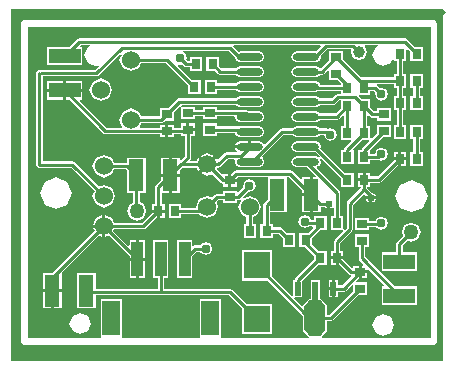
<source format=gtl>
%FSLAX23Y23*%
%MOIN*%
G70*
G01*
G75*
G04 Layer_Physical_Order=1*
G04 Layer_Color=255*
G04:AMPARAMS|DCode=10|XSize=71mil|YSize=118mil|CornerRadius=0mil|HoleSize=0mil|Usage=FLASHONLY|Rotation=0.000|XOffset=0mil|YOffset=0mil|HoleType=Round|Shape=Octagon|*
%AMOCTAGOND10*
4,1,8,-0.018,0.059,0.018,0.059,0.035,0.041,0.035,-0.041,0.018,-0.059,-0.018,-0.059,-0.035,-0.041,-0.035,0.041,-0.018,0.059,0.0*
%
%ADD10OCTAGOND10*%

%ADD11R,0.020X0.047*%
%ADD12R,0.020X0.063*%
%ADD13R,0.031X0.035*%
%ADD14R,0.035X0.031*%
%ADD15R,0.051X0.106*%
%ADD16R,0.091X0.091*%
%ADD17R,0.106X0.051*%
%ADD18R,0.059X0.118*%
%ADD19R,0.039X0.118*%
%ADD20O,0.087X0.024*%
%ADD21C,0.010*%
%ADD22C,0.060*%
%ADD23C,0.039*%
%ADD24C,0.050*%
%ADD25C,0.031*%
%ADD26C,0.024*%
G36*
X1405Y1100D02*
X1395Y1090D01*
Y-65D01*
X-45D01*
Y1110D01*
X1395D01*
X1405Y1100D01*
D02*
G37*
%LPC*%
G36*
X1365Y1071D02*
X0D01*
X-8Y1068D01*
X-11Y1060D01*
Y0D01*
X-8Y-8D01*
X0Y-11D01*
X1365D01*
X1373Y-8D01*
X1376Y0D01*
Y1060D01*
X1373Y1068D01*
X1365Y1071D01*
D02*
G37*
%LPD*%
G36*
X1354Y11D02*
X993D01*
X991Y15D01*
X1010Y35D01*
Y68D01*
X1021D01*
X1021Y68D01*
X1029Y71D01*
X1115Y157D01*
X1143D01*
Y198D01*
X1107D01*
X1106Y203D01*
X1115Y212D01*
X1115D01*
Y233D01*
Y253D01*
X1097D01*
Y247D01*
X1093Y245D01*
X1063Y275D01*
Y275D01*
X1048D01*
Y257D01*
X1050D01*
X1082Y225D01*
X1082Y225D01*
X1086Y223D01*
X1089Y222D01*
X1090Y217D01*
X1060Y188D01*
X1044D01*
Y206D01*
X1034D01*
Y177D01*
Y148D01*
X1044D01*
Y166D01*
X1064D01*
X1064Y166D01*
X1072Y169D01*
X1093Y190D01*
X1097Y188D01*
Y170D01*
X1017Y89D01*
X1010D01*
Y122D01*
X990Y143D01*
X985D01*
Y206D01*
X955D01*
Y143D01*
X950D01*
X930Y122D01*
Y121D01*
X925Y119D01*
X900Y144D01*
X902Y148D01*
X926D01*
Y203D01*
X980Y257D01*
X1008D01*
Y303D01*
X980D01*
X958Y324D01*
Y345D01*
X985Y372D01*
X1008D01*
Y418D01*
X967D01*
Y406D01*
X955D01*
X951Y416D01*
X935Y422D01*
X919Y416D01*
X913Y400D01*
X919Y384D01*
X935Y378D01*
X951Y384D01*
X951Y384D01*
X960D01*
X962Y380D01*
X945Y363D01*
X917D01*
Y317D01*
X935D01*
X967Y285D01*
Y275D01*
X903Y211D01*
X901Y206D01*
X896D01*
Y154D01*
X891Y152D01*
X825Y219D01*
Y304D01*
X725D01*
Y203D01*
X810D01*
X930Y84D01*
Y35D01*
X949Y15D01*
X947Y11D01*
X655D01*
Y11D01*
Y14D01*
X655Y14D01*
X655Y14D01*
X655D01*
Y142D01*
X586D01*
Y14D01*
X586Y14D01*
X586D01*
X586Y14D01*
X583Y11D01*
X324D01*
Y11D01*
Y14D01*
X324Y14D01*
X324Y14D01*
X324D01*
Y142D01*
X255D01*
Y14D01*
X255Y14D01*
X255D01*
X255Y14D01*
X252Y11D01*
X11D01*
Y1049D01*
X1354D01*
Y11D01*
D02*
G37*
%LPC*%
G36*
X260Y421D02*
X238Y412D01*
X229Y390D01*
X260D01*
Y421D01*
D02*
G37*
G36*
X442Y430D02*
X427D01*
Y430D01*
X393Y396D01*
X298D01*
X292Y412D01*
X270Y421D01*
Y385D01*
Y349D01*
X282Y354D01*
X352Y284D01*
Y280D01*
X371D01*
Y339D01*
X352D01*
Y322D01*
X347Y320D01*
X297Y370D01*
X299Y374D01*
X397D01*
X397Y374D01*
X405Y377D01*
X440Y412D01*
X442D01*
Y430D01*
D02*
G37*
G36*
X265Y623D02*
X238Y612D01*
X227Y585D01*
X238Y558D01*
X265Y547D01*
X292Y558D01*
X298Y574D01*
X338D01*
X342Y570D01*
Y497D01*
X362D01*
Y462D01*
X352Y458D01*
X343Y435D01*
X352Y412D01*
X375Y403D01*
X398Y412D01*
X407Y435D01*
X398Y458D01*
X384Y464D01*
Y497D01*
X404D01*
Y613D01*
X342D01*
Y596D01*
X298D01*
X292Y612D01*
X265Y623D01*
D02*
G37*
G36*
X1290Y397D02*
X1267Y388D01*
X1258Y365D01*
X1263Y353D01*
X1242Y333D01*
X1239Y325D01*
X1239Y325D01*
Y298D01*
X1192D01*
Y236D01*
X1308D01*
Y298D01*
X1261D01*
Y321D01*
X1278Y338D01*
X1290Y333D01*
X1313Y342D01*
X1322Y365D01*
X1313Y388D01*
X1290Y397D01*
D02*
G37*
G36*
X558Y339D02*
X509D01*
Y211D01*
X558D01*
Y284D01*
X573Y299D01*
X587D01*
X589Y294D01*
X605Y288D01*
X621Y294D01*
X627Y310D01*
X621Y326D01*
X605Y332D01*
X589Y326D01*
X587Y321D01*
X569D01*
X569Y321D01*
X563Y319D01*
X563Y318D01*
X558Y321D01*
Y339D01*
D02*
G37*
G36*
X260Y380D02*
X229D01*
X234Y369D01*
X93Y228D01*
X62D01*
Y175D01*
X124D01*
Y228D01*
X124Y228D01*
X124D01*
X123Y228D01*
X249Y354D01*
X260Y349D01*
Y380D01*
D02*
G37*
G36*
X952Y485D02*
X926D01*
Y432D01*
X952D01*
Y485D01*
D02*
G37*
G36*
X482Y550D02*
X456D01*
Y540D01*
X440Y523D01*
X437Y515D01*
X437Y515D01*
Y458D01*
X427D01*
Y440D01*
X468D01*
Y458D01*
X458D01*
Y497D01*
X482D01*
Y550D01*
D02*
G37*
G36*
X106Y548D02*
X68Y533D01*
X52Y495D01*
X68Y457D01*
X106Y442D01*
X143Y457D01*
X159Y495D01*
X143Y533D01*
X106Y548D01*
D02*
G37*
G36*
X1190Y417D02*
X1174Y411D01*
X1171Y403D01*
X1148D01*
Y413D01*
X1102D01*
Y372D01*
X1148D01*
Y382D01*
X1173D01*
X1174Y379D01*
X1190Y373D01*
X1206Y379D01*
X1212Y395D01*
X1206Y411D01*
X1190Y417D01*
D02*
G37*
G36*
X468Y430D02*
X452D01*
Y412D01*
X468D01*
Y430D01*
D02*
G37*
G36*
X1291Y538D02*
X1253Y523D01*
X1237Y485D01*
X1253Y447D01*
X1291Y432D01*
X1328Y447D01*
X1344Y485D01*
X1328Y523D01*
X1291Y538D01*
D02*
G37*
G36*
X401Y339D02*
X381D01*
Y280D01*
X401D01*
Y339D01*
D02*
G37*
G36*
X124Y165D02*
X98D01*
Y112D01*
X124D01*
Y165D01*
D02*
G37*
G36*
X1148Y358D02*
X1102D01*
Y317D01*
X1114D01*
Y278D01*
X1114Y278D01*
X1117Y270D01*
X1130Y258D01*
X1128Y253D01*
X1125D01*
Y238D01*
X1143D01*
Y238D01*
X1147Y240D01*
X1199Y188D01*
X1198Y184D01*
X1192D01*
Y122D01*
X1308D01*
Y184D01*
X1235D01*
X1136Y282D01*
Y317D01*
X1148D01*
Y358D01*
D02*
G37*
G36*
X1024Y172D02*
X1014D01*
Y148D01*
X1024D01*
Y172D01*
D02*
G37*
G36*
X1196Y91D02*
X1171Y81D01*
X1160Y55D01*
X1171Y29D01*
X1196Y19D01*
X1222Y29D01*
X1233Y55D01*
X1222Y81D01*
X1196Y91D01*
D02*
G37*
G36*
X186Y96D02*
X161Y86D01*
X150Y60D01*
X161Y34D01*
X186Y24D01*
X212Y34D01*
X223Y60D01*
X212Y86D01*
X186Y96D01*
D02*
G37*
G36*
X88Y165D02*
X62D01*
Y112D01*
X88D01*
Y165D01*
D02*
G37*
G36*
X401Y270D02*
X381D01*
Y211D01*
X401D01*
Y270D01*
D02*
G37*
G36*
X1143Y228D02*
X1125D01*
Y212D01*
X1143D01*
Y228D01*
D02*
G37*
G36*
X1038Y275D02*
X1022D01*
Y257D01*
X1038D01*
Y275D01*
D02*
G37*
G36*
X480Y339D02*
X430D01*
Y211D01*
X444D01*
Y176D01*
X238D01*
Y228D01*
X176D01*
Y112D01*
X238D01*
Y154D01*
X682D01*
X725Y111D01*
Y26D01*
X825D01*
Y127D01*
X740D01*
X694Y173D01*
X686Y176D01*
X686Y176D01*
X466D01*
Y211D01*
X480D01*
Y339D01*
D02*
G37*
G36*
X1024Y206D02*
X1014D01*
Y182D01*
X1024D01*
Y206D01*
D02*
G37*
G36*
X371Y270D02*
X352D01*
Y211D01*
X371D01*
Y270D01*
D02*
G37*
G36*
X540Y728D02*
X522D01*
Y713D01*
X498D01*
Y723D01*
X480D01*
Y702D01*
Y682D01*
X498D01*
Y692D01*
X522D01*
Y687D01*
X534D01*
Y617D01*
X522Y606D01*
X518Y607D01*
Y613D01*
X492D01*
Y560D01*
X518D01*
Y570D01*
X527Y580D01*
X576D01*
X580Y569D01*
X602Y591D01*
X580Y612D01*
X576Y602D01*
X556D01*
X553Y606D01*
X554Y609D01*
X556Y613D01*
X556Y613D01*
Y687D01*
X568D01*
Y702D01*
X545D01*
Y707D01*
X540D01*
Y728D01*
D02*
G37*
G36*
X1328Y893D02*
X1287D01*
Y847D01*
X1297D01*
Y818D01*
X1287D01*
Y772D01*
X1328D01*
Y818D01*
X1318D01*
Y847D01*
X1328D01*
Y893D01*
D02*
G37*
G36*
X193Y833D02*
X140D01*
Y807D01*
X150D01*
X263Y695D01*
X263Y695D01*
X267Y693D01*
X270Y692D01*
X270Y692D01*
X452D01*
Y682D01*
X470D01*
Y702D01*
Y723D01*
X452D01*
Y713D01*
X386D01*
X384Y717D01*
X388Y729D01*
X457D01*
X457Y729D01*
X465Y732D01*
X470Y737D01*
X498D01*
Y765D01*
X518Y785D01*
X522Y783D01*
Y783D01*
X522D01*
Y742D01*
X568D01*
Y752D01*
X597D01*
Y742D01*
X643D01*
Y752D01*
X700D01*
X701Y750D01*
X701Y750D01*
X701D01*
X706Y737D01*
X719Y732D01*
X782D01*
X795Y737D01*
X800Y750D01*
X795Y763D01*
X782Y768D01*
X748D01*
X746Y770D01*
X738Y773D01*
X738Y773D01*
X643D01*
Y783D01*
X597D01*
Y773D01*
X568D01*
Y783D01*
X523D01*
X522Y785D01*
X525Y789D01*
X705D01*
X706Y787D01*
X719Y782D01*
X782D01*
X795Y787D01*
X800Y800D01*
X795Y813D01*
X782Y818D01*
X719D01*
X706Y813D01*
X705Y811D01*
X517D01*
X517Y811D01*
X510Y808D01*
X480Y778D01*
X452D01*
Y751D01*
X388D01*
X382Y767D01*
X355Y778D01*
X328Y767D01*
X317Y740D01*
X326Y717D01*
X324Y713D01*
X275D01*
X186Y803D01*
X187Y807D01*
X193D01*
Y833D01*
D02*
G37*
G36*
X568Y728D02*
X550D01*
Y712D01*
X568D01*
Y728D01*
D02*
G37*
G36*
X746Y668D02*
X719D01*
X706Y663D01*
X703Y655D01*
X746D01*
Y668D01*
D02*
G37*
G36*
X643Y728D02*
X597D01*
Y687D01*
X643D01*
Y697D01*
X702D01*
X706Y687D01*
X719Y682D01*
X782D01*
X795Y687D01*
X800Y700D01*
X795Y713D01*
X782Y718D01*
X743D01*
X743Y718D01*
X743Y718D01*
X643D01*
Y728D01*
D02*
G37*
G36*
X971Y718D02*
X908D01*
X895Y713D01*
X894Y711D01*
X860D01*
X860Y711D01*
X855Y709D01*
X852Y708D01*
X852Y708D01*
X802Y657D01*
X797Y658D01*
X795Y663D01*
X782Y668D01*
X756D01*
Y650D01*
X751D01*
Y645D01*
X703D01*
X706Y637D01*
X710Y636D01*
X709Y631D01*
X675D01*
X667Y628D01*
X667Y628D01*
X645Y606D01*
X641Y607D01*
X638Y612D01*
X613Y587D01*
X588Y562D01*
X609Y553D01*
X625Y559D01*
X655Y530D01*
X655Y530D01*
X657Y529D01*
X662Y527D01*
Y517D01*
X680D01*
Y538D01*
Y558D01*
X662D01*
X662Y558D01*
Y558D01*
X659Y557D01*
X641Y575D01*
X643Y580D01*
X643D01*
D01*
X646D01*
X646Y580D01*
X646Y580D01*
X653Y583D01*
X679Y609D01*
X700D01*
X703Y605D01*
X701Y600D01*
X706Y587D01*
X719Y582D01*
X782D01*
X795Y587D01*
X800Y600D01*
X795Y613D01*
X794Y613D01*
X793Y618D01*
X864Y689D01*
X894D01*
X895Y687D01*
X908Y682D01*
X971D01*
X984Y687D01*
X985Y689D01*
X998D01*
X1004Y674D01*
X1020Y668D01*
X1036Y674D01*
X1042Y690D01*
X1036Y706D01*
X1020Y712D01*
X1013Y710D01*
X1010Y711D01*
X1010Y711D01*
X985D01*
X984Y713D01*
X971Y718D01*
D02*
G37*
G36*
X193Y869D02*
X140D01*
Y843D01*
X193D01*
Y869D01*
D02*
G37*
G36*
X648Y948D02*
X607D01*
Y902D01*
X635D01*
X645Y892D01*
X645Y892D01*
X647Y891D01*
X653Y889D01*
X653Y889D01*
X705D01*
X706Y887D01*
X719Y882D01*
X782D01*
X795Y887D01*
X800Y900D01*
X795Y913D01*
X782Y918D01*
X719D01*
X706Y913D01*
X705Y911D01*
X657D01*
X648Y920D01*
Y948D01*
D02*
G37*
G36*
X1268Y1011D02*
X1268Y1011D01*
X183D01*
X183Y1011D01*
X178Y1009D01*
X175Y1008D01*
X175Y1008D01*
X150Y983D01*
X77D01*
Y921D01*
X193D01*
Y983D01*
X187D01*
X186Y985D01*
X189Y989D01*
X218D01*
X219Y984D01*
X211Y981D01*
X200Y955D01*
X211Y929D01*
X236Y919D01*
X245Y922D01*
X248Y918D01*
X236Y906D01*
X55D01*
X52Y905D01*
X50Y906D01*
X42Y903D01*
X39Y895D01*
Y590D01*
X39Y590D01*
X39D01*
X42Y582D01*
X50Y579D01*
X156D01*
X234Y501D01*
X227Y485D01*
X238Y458D01*
X265Y447D01*
X292Y458D01*
X303Y485D01*
X292Y512D01*
X265Y523D01*
X249Y516D01*
X168Y598D01*
X160Y601D01*
X160Y601D01*
X61D01*
Y884D01*
X240D01*
X240Y884D01*
X248Y887D01*
X320Y960D01*
X324Y957D01*
X317Y940D01*
X328Y913D01*
X355Y902D01*
X382Y913D01*
X388Y929D01*
X473D01*
X547Y855D01*
Y827D01*
X588D01*
Y873D01*
X560D01*
X512Y920D01*
X515Y925D01*
X520Y923D01*
X525Y925D01*
X532Y917D01*
X532Y917D01*
X540Y914D01*
X552D01*
Y902D01*
X593D01*
Y948D01*
X552D01*
Y936D01*
X544D01*
X540Y940D01*
X542Y945D01*
X536Y961D01*
X528Y964D01*
X529Y969D01*
X681D01*
X702Y948D01*
X706Y937D01*
X719Y932D01*
X782D01*
X795Y937D01*
X800Y950D01*
X795Y963D01*
X782Y968D01*
X719D01*
X714Y966D01*
X696Y985D01*
X698Y989D01*
X987D01*
X989Y985D01*
X972Y968D01*
X971Y968D01*
X908D01*
X895Y963D01*
X890Y950D01*
X895Y937D01*
X908Y932D01*
X971D01*
X984Y937D01*
X989Y950D01*
X988Y953D01*
X1009Y974D01*
X1088D01*
X1090Y970D01*
X1088Y965D01*
X1096Y946D01*
X1115Y938D01*
X1134Y946D01*
X1142Y965D01*
X1134Y984D01*
X1133Y984D01*
X1134Y989D01*
X1178D01*
X1179Y984D01*
X1171Y981D01*
X1160Y955D01*
X1171Y929D01*
X1196Y919D01*
X1222Y929D01*
X1227Y941D01*
X1232Y940D01*
Y937D01*
X1242D01*
Y893D01*
X1232D01*
Y881D01*
X1122D01*
X1063Y940D01*
Y968D01*
X1017D01*
Y940D01*
X989Y912D01*
X984Y913D01*
X984Y913D01*
X971Y918D01*
X908D01*
X895Y913D01*
X890Y900D01*
X895Y887D01*
X908Y882D01*
X971D01*
X984Y887D01*
X985Y889D01*
X992D01*
X992Y889D01*
X1000Y892D01*
X1013Y905D01*
X1017Y903D01*
Y872D01*
X1045D01*
X1057Y860D01*
X1057Y860D01*
D01*
X1055Y856D01*
X987D01*
X984Y863D01*
X971Y868D01*
X908D01*
X895Y863D01*
X890Y850D01*
X895Y837D01*
X908Y832D01*
X971D01*
X977Y834D01*
X1057D01*
Y826D01*
X1045D01*
X1045Y826D01*
X1037Y823D01*
X1026Y811D01*
X985D01*
X984Y813D01*
X971Y818D01*
X908D01*
X895Y813D01*
X890Y800D01*
X895Y787D01*
X908Y782D01*
X971D01*
X984Y787D01*
X985Y789D01*
X1030D01*
X1030Y789D01*
X1038Y792D01*
X1049Y804D01*
X1057D01*
Y780D01*
X1038Y761D01*
X985D01*
X984Y763D01*
X971Y768D01*
X908D01*
X895Y763D01*
X890Y750D01*
X895Y737D01*
X908Y732D01*
X971D01*
X984Y737D01*
X985Y739D01*
X1042D01*
X1042Y739D01*
X1050Y742D01*
X1062Y754D01*
X1067Y752D01*
Y718D01*
X1057D01*
Y672D01*
X1088D01*
X1090Y668D01*
X1070Y648D01*
X1067Y640D01*
X1067Y640D01*
X1067D01*
X1062Y638D01*
X1057D01*
Y592D01*
X1098D01*
Y638D01*
X1097D01*
X1095Y642D01*
X1125Y672D01*
X1148D01*
X1150Y668D01*
X1125Y643D01*
X1123Y638D01*
X1112D01*
Y592D01*
X1153D01*
Y604D01*
X1180D01*
X1180Y604D01*
X1183Y605D01*
X1190Y603D01*
X1206Y609D01*
X1212Y625D01*
X1206Y641D01*
X1190Y647D01*
X1174Y641D01*
X1168Y626D01*
X1153D01*
Y638D01*
X1153Y638D01*
X1153D01*
X1153Y640D01*
X1195Y682D01*
X1223D01*
Y723D01*
X1177D01*
Y695D01*
X1158Y676D01*
X1153Y678D01*
Y718D01*
X1143D01*
Y752D01*
X1148Y754D01*
X1152Y750D01*
X1152Y750D01*
X1155Y749D01*
X1160Y747D01*
X1160Y747D01*
X1177D01*
Y737D01*
X1223D01*
Y778D01*
X1177D01*
Y768D01*
X1164D01*
X1153Y780D01*
Y808D01*
X1125D01*
X1115Y818D01*
X1117Y822D01*
X1153D01*
Y834D01*
X1166D01*
X1170Y830D01*
X1168Y825D01*
X1174Y809D01*
X1190Y803D01*
X1206Y809D01*
X1212Y825D01*
X1206Y841D01*
X1190Y847D01*
X1185Y845D01*
X1178Y853D01*
X1174Y854D01*
X1175Y859D01*
X1232D01*
Y847D01*
X1242D01*
Y818D01*
X1232D01*
Y772D01*
X1242D01*
Y723D01*
X1232D01*
Y677D01*
X1273D01*
Y723D01*
X1263D01*
Y772D01*
X1273D01*
Y818D01*
X1263D01*
Y847D01*
X1273D01*
Y893D01*
X1263D01*
Y937D01*
X1273D01*
Y973D01*
X1278Y974D01*
X1287Y965D01*
Y937D01*
X1328D01*
Y983D01*
X1300D01*
X1275Y1008D01*
X1268Y1011D01*
D02*
G37*
G36*
X130Y869D02*
X77D01*
Y843D01*
X130D01*
Y869D01*
D02*
G37*
G36*
X255Y878D02*
X228Y867D01*
X217Y840D01*
X228Y813D01*
X255Y802D01*
X282Y813D01*
X293Y840D01*
X282Y867D01*
X255Y878D01*
D02*
G37*
G36*
X130Y833D02*
X77D01*
Y807D01*
X130D01*
Y833D01*
D02*
G37*
G36*
X643Y873D02*
X602D01*
Y827D01*
X643D01*
Y839D01*
X705D01*
X706Y837D01*
X719Y832D01*
X782D01*
X795Y837D01*
X800Y850D01*
X795Y863D01*
X782Y868D01*
X719D01*
X706Y863D01*
X705Y861D01*
X643D01*
Y873D01*
D02*
G37*
G36*
X708Y533D02*
X690D01*
Y517D01*
X708D01*
Y533D01*
D02*
G37*
G36*
X1128Y563D02*
X1112D01*
Y545D01*
X1128D01*
Y563D01*
D02*
G37*
G36*
X482Y613D02*
X456D01*
Y560D01*
X482D01*
Y613D01*
D02*
G37*
G36*
X750Y542D02*
X734Y536D01*
X728Y520D01*
X730Y515D01*
X712Y498D01*
X708Y500D01*
Y503D01*
X662D01*
Y493D01*
X642D01*
X635Y490D01*
X635Y490D01*
X625Y481D01*
X609Y487D01*
X583Y476D01*
X571Y449D01*
X571Y449D01*
X571Y449D01*
X569Y446D01*
X523D01*
Y458D01*
X482D01*
Y412D01*
X523D01*
Y424D01*
X582D01*
X583Y423D01*
X609Y411D01*
X636Y423D01*
X647Y449D01*
X641Y465D01*
X647Y472D01*
X662D01*
Y462D01*
X708D01*
Y472D01*
X712D01*
X712Y472D01*
X718Y474D01*
X722Y470D01*
X713Y449D01*
X724Y423D01*
X740Y416D01*
Y393D01*
X732D01*
Y347D01*
X773D01*
Y393D01*
X762D01*
Y416D01*
X777Y423D01*
X789Y449D01*
X777Y476D01*
X751Y487D01*
X731Y479D01*
X729Y483D01*
X745Y500D01*
X750Y498D01*
X766Y504D01*
X772Y520D01*
X766Y536D01*
X750Y542D01*
D02*
G37*
G36*
X1150Y475D02*
X1139D01*
X1142Y467D01*
X1150Y464D01*
Y475D01*
D02*
G37*
G36*
X1171D02*
X1160D01*
Y464D01*
X1168Y467D01*
X1171Y475D01*
D02*
G37*
G36*
X518Y550D02*
X492D01*
Y497D01*
X518D01*
Y550D01*
D02*
G37*
G36*
X971Y668D02*
X908D01*
X895Y663D01*
X890Y650D01*
X895Y637D01*
X908Y632D01*
X970D01*
X984Y618D01*
X981Y614D01*
X971Y618D01*
X908D01*
X895Y613D01*
X890Y600D01*
X895Y587D01*
X908Y582D01*
X942D01*
X971Y553D01*
X969Y548D01*
X962D01*
Y490D01*
Y432D01*
X988D01*
Y449D01*
X1001D01*
X1002Y447D01*
X1010Y444D01*
Y460D01*
X1020D01*
Y444D01*
X1028Y447D01*
X1032Y444D01*
Y418D01*
X1022D01*
Y372D01*
X1060D01*
X1061Y371D01*
X1061Y371D01*
X1062Y368D01*
X1035Y340D01*
X1032Y333D01*
X1032Y333D01*
Y303D01*
X1022D01*
Y285D01*
X1063D01*
Y303D01*
X1053D01*
Y328D01*
X1093Y367D01*
X1093Y367D01*
X1096Y375D01*
Y456D01*
X1133Y492D01*
X1139Y486D01*
X1139Y485D01*
X1171D01*
X1168Y493D01*
X1159Y497D01*
X1143Y512D01*
Y517D01*
X1153D01*
Y529D01*
X1182D01*
X1182Y529D01*
X1190Y532D01*
X1245Y587D01*
X1247D01*
Y605D01*
X1232D01*
Y605D01*
X1178Y551D01*
X1153D01*
Y563D01*
X1138D01*
Y540D01*
X1133D01*
Y535D01*
X1112D01*
Y517D01*
X1122D01*
Y512D01*
X1077Y468D01*
X1074Y460D01*
X1074Y460D01*
Y379D01*
X1068Y373D01*
X1064Y375D01*
X1064Y375D01*
X1063Y375D01*
Y418D01*
X1053D01*
Y497D01*
X1053Y497D01*
X1051Y502D01*
X1050Y505D01*
X1050Y505D01*
X976Y579D01*
X977Y584D01*
X984Y587D01*
X989Y600D01*
X985Y610D01*
X989Y613D01*
X1057Y545D01*
Y517D01*
X1098D01*
Y563D01*
X1070D01*
X987Y645D01*
X989Y650D01*
X984Y663D01*
X971Y668D01*
D02*
G37*
G36*
X1247Y633D02*
X1232D01*
Y615D01*
X1247D01*
Y633D01*
D02*
G37*
G36*
X1273D02*
X1257D01*
Y615D01*
X1273D01*
Y633D01*
D02*
G37*
G36*
X609Y629D02*
X588Y620D01*
X609Y598D01*
X631Y620D01*
X609Y629D01*
D02*
G37*
G36*
X887Y571D02*
X887Y571D01*
X707D01*
X707Y571D01*
X702Y569D01*
X700Y568D01*
X700Y568D01*
X690Y558D01*
X690D01*
Y543D01*
X708D01*
Y545D01*
X712Y549D01*
X812D01*
Y549D01*
Y548D01*
X812Y546D01*
X812Y546D01*
X812D01*
Y475D01*
X800Y462D01*
X797Y455D01*
X797Y455D01*
Y393D01*
X787D01*
Y347D01*
X828D01*
Y359D01*
X848D01*
X862Y345D01*
Y317D01*
X903D01*
Y363D01*
X875D01*
X860Y378D01*
X852Y381D01*
X852Y381D01*
X828D01*
Y393D01*
X818D01*
Y432D01*
X874D01*
Y546D01*
X874Y546D01*
D01*
D01*
X874Y548D01*
D01*
X875Y549D01*
X883D01*
X926Y505D01*
Y495D01*
X952D01*
Y548D01*
X926D01*
Y542D01*
X922Y541D01*
X895Y568D01*
X887Y571D01*
D02*
G37*
G36*
X1273Y605D02*
X1257D01*
Y587D01*
X1273D01*
Y605D01*
D02*
G37*
G36*
X1328Y723D02*
X1287D01*
Y677D01*
X1297D01*
Y633D01*
X1287D01*
Y587D01*
X1328D01*
Y633D01*
X1318D01*
Y677D01*
X1328D01*
Y723D01*
D02*
G37*
%LPD*%
D10*
X970Y79D02*
D03*
D11*
X911Y177D02*
D03*
X1029D02*
D03*
D12*
X970Y169D02*
D03*
D13*
X987Y395D02*
D03*
X1043D02*
D03*
X938Y340D02*
D03*
X882D02*
D03*
X1043Y280D02*
D03*
X987D02*
D03*
X808Y370D02*
D03*
X752D02*
D03*
X1077Y540D02*
D03*
X1133D02*
D03*
X1077Y695D02*
D03*
X1133D02*
D03*
X1133Y785D02*
D03*
X1077D02*
D03*
X1077Y615D02*
D03*
X1133D02*
D03*
X567Y850D02*
D03*
X623D02*
D03*
X1077Y845D02*
D03*
X1133D02*
D03*
X572Y925D02*
D03*
X628D02*
D03*
X1308Y700D02*
D03*
X1252D02*
D03*
X1252Y960D02*
D03*
X1308D02*
D03*
X503Y435D02*
D03*
X447D02*
D03*
X1252Y795D02*
D03*
X1308D02*
D03*
X1308Y870D02*
D03*
X1252D02*
D03*
X1308Y610D02*
D03*
X1252D02*
D03*
D14*
X1120Y177D02*
D03*
Y233D02*
D03*
X620Y763D02*
D03*
Y707D02*
D03*
X545Y707D02*
D03*
Y763D02*
D03*
X1200Y758D02*
D03*
Y702D02*
D03*
X1040Y948D02*
D03*
Y892D02*
D03*
X1125Y393D02*
D03*
Y337D02*
D03*
X475Y702D02*
D03*
Y758D02*
D03*
X685Y538D02*
D03*
Y482D02*
D03*
D15*
X957Y490D02*
D03*
X843D02*
D03*
X487Y555D02*
D03*
X373D02*
D03*
X93Y170D02*
D03*
X207D02*
D03*
D16*
X775Y254D02*
D03*
Y76D02*
D03*
D17*
X135Y838D02*
D03*
Y952D02*
D03*
X1250Y267D02*
D03*
Y153D02*
D03*
D18*
X290Y78D02*
D03*
X620D02*
D03*
D19*
X376Y275D02*
D03*
X455D02*
D03*
X534D02*
D03*
D20*
X939Y600D02*
D03*
Y650D02*
D03*
Y700D02*
D03*
Y750D02*
D03*
Y800D02*
D03*
Y850D02*
D03*
Y900D02*
D03*
Y950D02*
D03*
X751Y600D02*
D03*
Y650D02*
D03*
Y700D02*
D03*
Y750D02*
D03*
Y800D02*
D03*
Y850D02*
D03*
Y900D02*
D03*
Y950D02*
D03*
D21*
X355Y940D02*
X477D01*
X567Y850D01*
X355Y740D02*
X457D01*
X475Y758D01*
X653Y900D02*
X751D01*
X628Y925D02*
X653Y900D01*
X93Y213D02*
X265Y385D01*
X93Y170D02*
Y213D01*
X455Y165D02*
Y275D01*
X212Y165D02*
X455D01*
X686D02*
X775Y76D01*
X455Y165D02*
X686D01*
X266Y385D02*
X376Y275D01*
X397Y385D02*
X447Y435D01*
X266Y385D02*
X397D01*
X447Y435D02*
Y515D01*
X487Y555D01*
X503Y435D02*
X595D01*
X642Y482D02*
X685D01*
X609Y449D02*
X642Y482D01*
X939Y900D02*
X992D01*
X1040Y948D01*
Y892D02*
X1077Y855D01*
X944Y845D02*
X1077D01*
X1077Y695D02*
Y785D01*
X1077Y640D02*
X1133Y695D01*
X1077Y615D02*
Y640D01*
X1133Y615D02*
Y635D01*
X1200Y702D01*
X1133Y695D02*
Y785D01*
X939Y750D02*
X1042D01*
X1077Y785D01*
X1252Y870D02*
X1252Y870D01*
Y795D02*
Y870D01*
Y700D02*
Y795D01*
X1252Y700D02*
X1252Y700D01*
X1308Y610D02*
Y700D01*
X1182Y540D02*
X1252Y610D01*
X1133Y540D02*
X1182D01*
X939Y650D02*
X967D01*
X1077Y540D01*
X1308Y795D02*
Y870D01*
X1160Y758D02*
X1200D01*
X1133Y785D02*
X1133Y785D01*
X1160Y758D01*
X1118Y870D02*
X1252D01*
X1040Y948D02*
X1118Y870D01*
X939Y600D02*
X1043Y497D01*
Y395D02*
Y497D01*
X887Y560D02*
X957Y490D01*
X707Y560D02*
X887D01*
X685Y538D02*
X707Y560D01*
X1090Y233D02*
X1120D01*
X1043Y280D02*
X1090Y233D01*
X1125Y278D02*
Y337D01*
Y278D02*
X1250Y153D01*
X939Y950D02*
X970D01*
X1005Y985D01*
X1095D01*
X1115Y965D01*
X1250Y267D02*
Y325D01*
X1290Y365D01*
X751Y372D02*
Y449D01*
X808Y370D02*
Y455D01*
X843Y490D01*
X662Y538D02*
X685D01*
X609Y591D02*
X662Y538D01*
X1252Y870D02*
Y960D01*
X1268Y1000D02*
X1308Y960D01*
X183Y1000D02*
X1268D01*
X135Y952D02*
X183Y1000D01*
X135Y838D02*
X270Y702D01*
X475D01*
X808Y370D02*
X852D01*
X882Y340D01*
X938D02*
X987Y390D01*
Y395D01*
X938Y330D02*
Y340D01*
Y330D02*
X987Y280D01*
X1029Y177D02*
X1064D01*
X1120Y233D01*
X970Y79D02*
Y169D01*
X1021Y79D02*
X1120Y177D01*
X970Y79D02*
X1021D01*
X911Y177D02*
Y204D01*
X987Y280D01*
X775Y254D02*
X950Y79D01*
X970D01*
X1043Y280D02*
Y333D01*
X1085Y375D01*
Y460D01*
X1133Y508D01*
Y540D01*
X860Y700D02*
X939D01*
X760Y600D02*
X860Y700D01*
X751Y600D02*
X760D01*
X721Y620D02*
X751Y650D01*
X675Y620D02*
X721D01*
X646Y591D02*
X675Y620D01*
X609Y591D02*
X646D01*
X523D02*
X609D01*
X487Y555D02*
X523Y591D01*
X545Y613D02*
Y707D01*
X523Y591D02*
X545Y613D01*
X475Y702D02*
X540D01*
X545Y763D02*
X620D01*
X620Y707D02*
X743D01*
X751Y700D01*
X620Y763D02*
X738D01*
X751Y750D01*
X517Y800D02*
X751D01*
X475Y758D02*
X517Y800D01*
X265Y585D02*
X343D01*
X373Y555D01*
X715Y950D02*
X751D01*
X685Y980D02*
X715Y950D01*
X50Y590D02*
Y895D01*
X1133Y845D02*
X1170D01*
X1190Y825D01*
X685Y482D02*
X712D01*
X750Y520D01*
X939Y800D02*
X1030D01*
X1045Y815D01*
X1103D01*
X1133Y785D01*
X940Y395D02*
X987D01*
X939Y700D02*
X1010D01*
X1020Y690D01*
X373Y437D02*
Y555D01*
X623Y850D02*
X751D01*
X569Y310D02*
X605D01*
X534Y275D02*
X569Y310D01*
X540Y925D02*
X572D01*
X520Y945D02*
X540Y925D01*
X1125Y393D02*
X1188D01*
X1133Y615D02*
X1180D01*
X1190Y625D01*
X1155Y480D02*
Y485D01*
X1133Y508D02*
X1155Y485D01*
X987Y460D02*
X1015D01*
X957Y490D02*
X987Y460D01*
X55Y895D02*
X240D01*
X325Y980D01*
X685D01*
X50Y590D02*
X160D01*
X265Y485D01*
D22*
D03*
Y385D02*
D03*
Y585D02*
D03*
X609Y449D02*
D03*
Y591D02*
D03*
X751Y449D02*
D03*
X355Y740D02*
D03*
Y940D02*
D03*
X255Y840D02*
D03*
D23*
X1115Y965D02*
D03*
D24*
X1290Y365D02*
D03*
X375Y435D02*
D03*
D25*
X1190Y825D02*
D03*
X750Y520D02*
D03*
X1020Y690D02*
D03*
X935Y400D02*
D03*
X605Y310D02*
D03*
X520Y945D02*
D03*
X1190Y625D02*
D03*
Y395D02*
D03*
D26*
X1015Y460D02*
D03*
X1155Y480D02*
D03*
M02*

</source>
